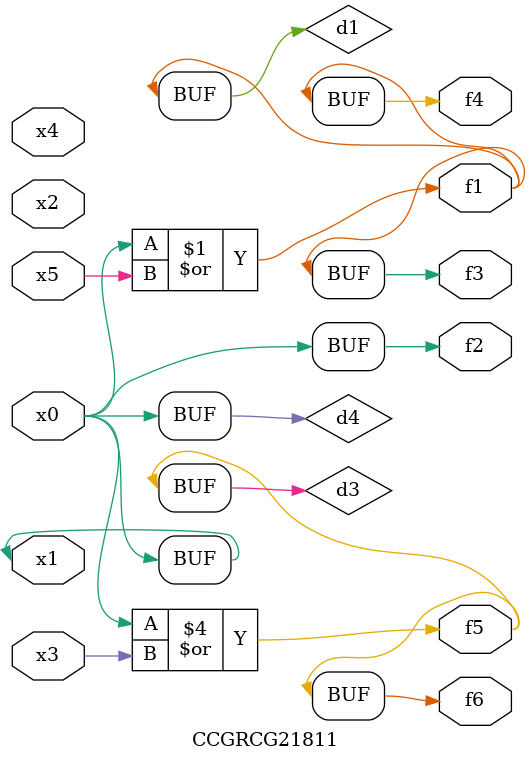
<source format=v>
module CCGRCG21811(
	input x0, x1, x2, x3, x4, x5,
	output f1, f2, f3, f4, f5, f6
);

	wire d1, d2, d3, d4;

	or (d1, x0, x5);
	xnor (d2, x1, x4);
	or (d3, x0, x3);
	buf (d4, x0, x1);
	assign f1 = d1;
	assign f2 = d4;
	assign f3 = d1;
	assign f4 = d1;
	assign f5 = d3;
	assign f6 = d3;
endmodule

</source>
